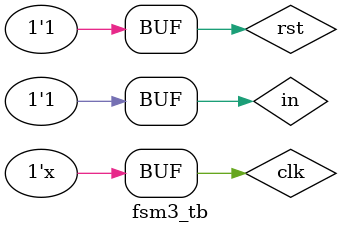
<source format=v>
module fsm3				// Design a sequential circuit that detects consecutive inputs: "1" 
( input clk, rst,		// and directly followed by '0'. The overlapped sequence is permitted.
  input in,
  output z
);

parameter A = 2'd0;		// parameters used as alias for states representation
parameter B = 2'd1;
parameter C = 2'd2;

reg [1:0] state;			// Only requires two bits for 3 states

// Combinational -> Output
assign z = (state == A) ? 1'b0 : (state == B) ? 1'b0 : 1'b1;

// Sequential -> States Register
always @(posedge clk, negedge rst) begin
	if (~rst) begin
		state <= A;
	end
	
	else begin
		case (state)
			A: begin
				if (in == 1'b0) begin
					state <= A;
				end
				
				else begin
					state <= B;
				end
				end
			
			B: begin
				if (in == 1'b0) begin
					state <= C;
				end
				
				else begin
					state <= B;
				end
				end
			
			C:	begin
				if (in == 1'b0) begin
					state <= A;
				end
				
				else begin
					state <= B;
				end
				end
			
			default:	begin
						end
		
		endcase
	end
	
end

endmodule

////////////////// TESTBENCH ///////////////

module fsm3_tb();

reg clk, rst;
reg in;
wire z;

fsm3 FSM3_TB (clk, rst, in, z);

initial begin
    clk = 1'b0;
    rst = 1'b0;
	 in  = 1'b0;
end

always begin
    #50
    clk = ~clk;
end

initial begin
    #100
    rst = 1'b1;
    #50
    in = 1'b1;
	 #100
	 in = 1'b1;
	 #100
	 in = 1'b0;
	 #100
	 in = 1'b1;
	 #100
	 in = 1'b0;
	 #100
	 in = 1'b0;
	 #100
	 in = 1'b1;
	 #100
	 in = 1'b0;
	 #100
	 in = 1'b1;
	 #200;
end

endmodule

</source>
